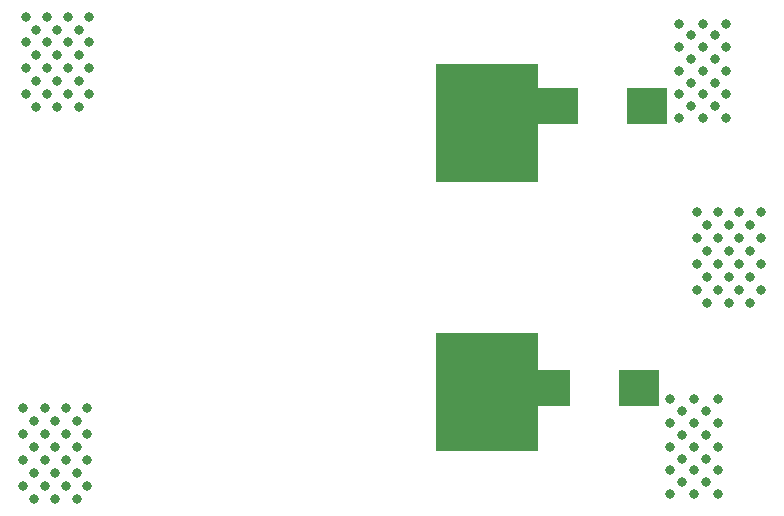
<source format=gbp>
%FSLAX33Y33*%
%MOMM*%
%AMRect-W10000000-H8600001-RO1.500*
21,1,10.,8.600001,0.,0.,90*%
%ADD10C,0.8*%
%ADD11C,0.7*%
%ADD12Rect-W10000000-H8600001-RO1.500*%
%ADD13R,3.5X3.1*%
D10*
%LNbottom paste_traces*%
G01*
X58650Y7350D03*
X9461Y45573D03*
X7475Y8025D03*
X62687Y28999D03*
X60887Y31199D03*
X60400Y44175D03*
X63400Y45175D03*
X58650Y13350D03*
X64487Y28999D03*
X3875Y12425D03*
X7661Y47773D03*
X9461Y43373D03*
X62650Y11350D03*
X66287Y24599D03*
X63587Y27899D03*
X60650Y13350D03*
X61400Y45175D03*
X4775Y11325D03*
X59650Y10350D03*
X61787Y25699D03*
X7475Y12425D03*
X4775Y9125D03*
X5861Y43373D03*
X5675Y12425D03*
X64487Y24599D03*
X65387Y25699D03*
X62687Y26799D03*
X6575Y11325D03*
X59400Y47175D03*
X4961Y46673D03*
X62400Y44175D03*
X60650Y7350D03*
X64487Y31199D03*
X62650Y13350D03*
X59650Y12350D03*
X7661Y41173D03*
X60400Y42175D03*
X6761Y40073D03*
X60650Y11350D03*
X60887Y26799D03*
X63587Y23499D03*
X8561Y44473D03*
X60650Y15350D03*
X60887Y24599D03*
X3875Y10225D03*
X66287Y28999D03*
X59650Y8350D03*
X8375Y13525D03*
X61650Y10350D03*
X6575Y13525D03*
X59400Y43175D03*
X8561Y46673D03*
X60400Y46175D03*
X65387Y23499D03*
X66287Y26799D03*
X9461Y47773D03*
X62400Y46175D03*
X64487Y26799D03*
X6575Y6925D03*
X6761Y44473D03*
X6761Y42273D03*
X61400Y43175D03*
X4061Y47773D03*
X59400Y39175D03*
X4961Y44473D03*
X61400Y39175D03*
X3875Y8025D03*
X61787Y30099D03*
X65387Y30099D03*
X66287Y31199D03*
X5675Y8025D03*
X5861Y47773D03*
X62650Y9350D03*
X59650Y14350D03*
X60400Y40175D03*
X7661Y43373D03*
X4061Y45573D03*
X4775Y13525D03*
X4961Y42273D03*
X4061Y43373D03*
X8375Y11325D03*
X8561Y42273D03*
X61650Y12350D03*
X6575Y9125D03*
X5675Y10225D03*
X7661Y45573D03*
X63400Y41175D03*
X9275Y14625D03*
X65387Y27899D03*
X9275Y8025D03*
X9275Y10225D03*
X63587Y25699D03*
X9461Y41173D03*
X59400Y41175D03*
X59400Y45175D03*
X63400Y43175D03*
X6761Y46673D03*
X58650Y15350D03*
X62687Y31199D03*
X8375Y9125D03*
X8561Y40073D03*
X63400Y39175D03*
X62400Y42175D03*
X62650Y7350D03*
X8375Y6925D03*
X3875Y14625D03*
X4961Y40073D03*
X4061Y41173D03*
X61650Y14350D03*
X63400Y47175D03*
X58650Y11350D03*
X62650Y15350D03*
X62400Y40175D03*
X9275Y12425D03*
X5861Y45573D03*
X7475Y10225D03*
X58650Y9350D03*
X5861Y41173D03*
X61400Y47175D03*
X63587Y30099D03*
X61650Y8350D03*
X61400Y41175D03*
X61787Y27899D03*
X4775Y6925D03*
X62687Y24599D03*
X7475Y14625D03*
X60650Y9350D03*
X60887Y28999D03*
X5675Y14625D03*
X61787Y23499D03*
%LNbottom paste component 8bb0fe85e55078e9*%
D11*
X39700Y20325D03*
X41700Y20325D03*
X43700Y20325D03*
X45700Y20325D03*
X40700Y19075D03*
X42700Y19075D03*
X44700Y19075D03*
X44700Y16575D03*
X45700Y17825D03*
X43700Y17825D03*
X42700Y16575D03*
X40700Y16575D03*
X39700Y17825D03*
X41700Y17825D03*
X44700Y14075D03*
X45700Y15325D03*
X43700Y15325D03*
X42700Y14075D03*
X40700Y14075D03*
X39700Y15325D03*
X41700Y15325D03*
X44700Y11575D03*
X45700Y12825D03*
X43700Y12825D03*
X42700Y11575D03*
X40700Y11575D03*
X39700Y12825D03*
X41700Y12825D03*
D12*
X43125Y15950D03*
%LNbottom paste component 3ce2933df4b04c48*%
D11*
X39700Y43126D03*
X41700Y43126D03*
X43700Y43126D03*
X45700Y43126D03*
X40700Y41876D03*
X42700Y41876D03*
X44700Y41876D03*
X44700Y39376D03*
X45700Y40626D03*
X43700Y40626D03*
X42700Y39376D03*
X40700Y39376D03*
X39700Y40626D03*
X41700Y40626D03*
X44700Y36876D03*
X45700Y38126D03*
X43700Y38126D03*
X42700Y36876D03*
X40700Y36876D03*
X39700Y38126D03*
X41700Y38126D03*
X44700Y34376D03*
X45700Y35626D03*
X43700Y35626D03*
X42700Y34376D03*
X40700Y34376D03*
X39700Y35626D03*
X41700Y35626D03*
D12*
X43125Y38751D03*
%LNbottom paste component fab8c58c7bc5192a*%
D13*
X48460Y16350D03*
X55960Y16350D03*
D10*
X47210Y17400D03*
X48448Y17400D03*
X49685Y17400D03*
X47210Y15306D03*
X49685Y15306D03*
X48448Y15306D03*
X49067Y16350D03*
X47829Y16350D03*
X54723Y17400D03*
X55960Y17400D03*
X57198Y17400D03*
X56579Y16350D03*
X55342Y16350D03*
X57198Y15306D03*
X54723Y15306D03*
X55960Y15306D03*
%LNbottom paste component 346f0da3333319ea*%
D13*
X49175Y40175D03*
X56675Y40175D03*
D10*
X47925Y41225D03*
X49163Y41225D03*
X50400Y41225D03*
X47925Y39131D03*
X50400Y39131D03*
X49163Y39131D03*
X49781Y40175D03*
X48544Y40175D03*
X55438Y41225D03*
X56675Y41225D03*
X57913Y41225D03*
X57294Y40175D03*
X56056Y40175D03*
X57913Y39131D03*
X55438Y39131D03*
X56675Y39131D03*
M02*
</source>
